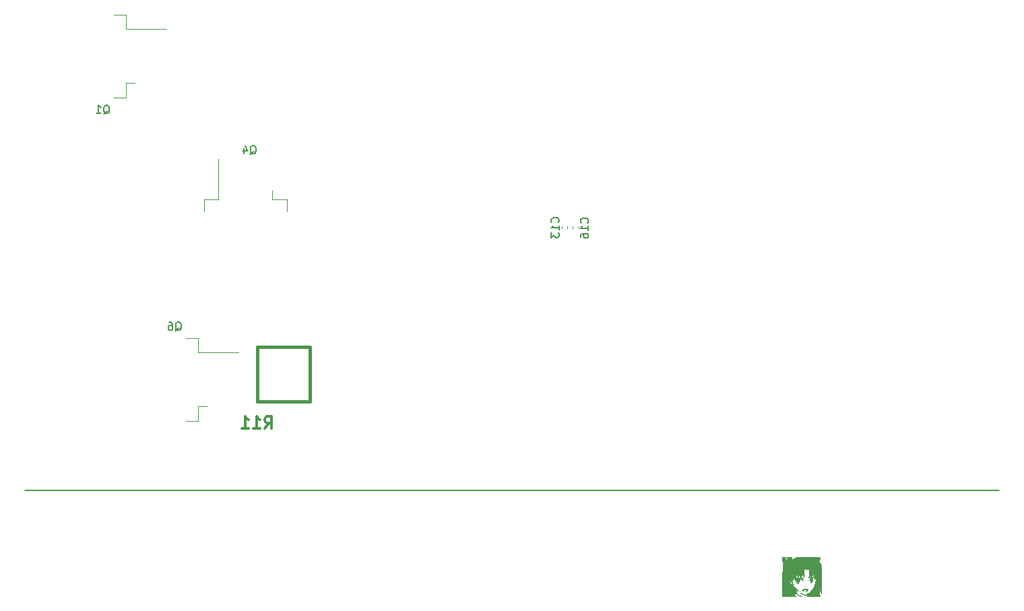
<source format=gbr>
G04 #@! TF.GenerationSoftware,KiCad,Pcbnew,(5.1.4)-1*
G04 #@! TF.CreationDate,2021-08-28T14:03:40-05:00*
G04 #@! TF.ProjectId,Mocos_2021,4d6f636f-735f-4323-9032-312e6b696361,1*
G04 #@! TF.SameCoordinates,Original*
G04 #@! TF.FileFunction,Legend,Bot*
G04 #@! TF.FilePolarity,Positive*
%FSLAX46Y46*%
G04 Gerber Fmt 4.6, Leading zero omitted, Abs format (unit mm)*
G04 Created by KiCad (PCBNEW (5.1.4)-1) date 2021-08-28 14:03:40*
%MOMM*%
%LPD*%
G04 APERTURE LIST*
%ADD10C,0.150000*%
%ADD11C,0.010000*%
%ADD12C,0.381000*%
%ADD13C,0.120000*%
%ADD14C,0.304800*%
G04 APERTURE END LIST*
D10*
X186944000Y-130429000D02*
X64516000Y-130429000D01*
D11*
G36*
X163579508Y-140704988D02*
G01*
X163577357Y-140706952D01*
X163556363Y-140753725D01*
X163557972Y-140783152D01*
X163568746Y-140808888D01*
X163573054Y-140800627D01*
X163583641Y-140752332D01*
X163592439Y-140724427D01*
X163599048Y-140693960D01*
X163579508Y-140704988D01*
X163579508Y-140704988D01*
G37*
X163579508Y-140704988D02*
X163577357Y-140706952D01*
X163556363Y-140753725D01*
X163557972Y-140783152D01*
X163568746Y-140808888D01*
X163573054Y-140800627D01*
X163583641Y-140752332D01*
X163592439Y-140724427D01*
X163599048Y-140693960D01*
X163579508Y-140704988D01*
G36*
X163576000Y-140855700D02*
G01*
X163588700Y-140868400D01*
X163601400Y-140855700D01*
X163588700Y-140843000D01*
X163576000Y-140855700D01*
X163576000Y-140855700D01*
G37*
X163576000Y-140855700D02*
X163588700Y-140868400D01*
X163601400Y-140855700D01*
X163588700Y-140843000D01*
X163576000Y-140855700D01*
G36*
X163830000Y-141084300D02*
G01*
X163842700Y-141097000D01*
X163855400Y-141084300D01*
X163842700Y-141071600D01*
X163830000Y-141084300D01*
X163830000Y-141084300D01*
G37*
X163830000Y-141084300D02*
X163842700Y-141097000D01*
X163855400Y-141084300D01*
X163842700Y-141071600D01*
X163830000Y-141084300D01*
G36*
X163804600Y-141135100D02*
G01*
X163817300Y-141147800D01*
X163830000Y-141135100D01*
X163817300Y-141122400D01*
X163804600Y-141135100D01*
X163804600Y-141135100D01*
G37*
X163804600Y-141135100D02*
X163817300Y-141147800D01*
X163830000Y-141135100D01*
X163817300Y-141122400D01*
X163804600Y-141135100D01*
G36*
X163804600Y-141185900D02*
G01*
X163817300Y-141198600D01*
X163830000Y-141185900D01*
X163817300Y-141173200D01*
X163804600Y-141185900D01*
X163804600Y-141185900D01*
G37*
X163804600Y-141185900D02*
X163817300Y-141198600D01*
X163830000Y-141185900D01*
X163817300Y-141173200D01*
X163804600Y-141185900D01*
G36*
X161467800Y-141084300D02*
G01*
X161480500Y-141097000D01*
X161493200Y-141084300D01*
X161480500Y-141071600D01*
X161467800Y-141084300D01*
X161467800Y-141084300D01*
G37*
X161467800Y-141084300D02*
X161480500Y-141097000D01*
X161493200Y-141084300D01*
X161480500Y-141071600D01*
X161467800Y-141084300D01*
G36*
X164388800Y-138849100D02*
G01*
X164401500Y-138861800D01*
X164414200Y-138849100D01*
X164401500Y-138836400D01*
X164388800Y-138849100D01*
X164388800Y-138849100D01*
G37*
X164388800Y-138849100D02*
X164401500Y-138861800D01*
X164414200Y-138849100D01*
X164401500Y-138836400D01*
X164388800Y-138849100D01*
G36*
X164388800Y-138976100D02*
G01*
X164401500Y-138988800D01*
X164414200Y-138976100D01*
X164401500Y-138963400D01*
X164388800Y-138976100D01*
X164388800Y-138976100D01*
G37*
X164388800Y-138976100D02*
X164401500Y-138988800D01*
X164414200Y-138976100D01*
X164401500Y-138963400D01*
X164388800Y-138976100D01*
G36*
X162166300Y-141379970D02*
G01*
X162217100Y-141401800D01*
X162276441Y-141420596D01*
X162306000Y-141425025D01*
X162331283Y-141422703D01*
X162312433Y-141405997D01*
X162306000Y-141401800D01*
X162248331Y-141381320D01*
X162217100Y-141378574D01*
X162166300Y-141379970D01*
X162166300Y-141379970D01*
G37*
X162166300Y-141379970D02*
X162217100Y-141401800D01*
X162276441Y-141420596D01*
X162306000Y-141425025D01*
X162331283Y-141422703D01*
X162312433Y-141405997D01*
X162306000Y-141401800D01*
X162248331Y-141381320D01*
X162217100Y-141378574D01*
X162166300Y-141379970D01*
G36*
X162212867Y-141511866D02*
G01*
X162216354Y-141526966D01*
X162229800Y-141528800D01*
X162250708Y-141519506D01*
X162246734Y-141511866D01*
X162216590Y-141508826D01*
X162212867Y-141511866D01*
X162212867Y-141511866D01*
G37*
X162212867Y-141511866D02*
X162216354Y-141526966D01*
X162229800Y-141528800D01*
X162250708Y-141519506D01*
X162246734Y-141511866D01*
X162216590Y-141508826D01*
X162212867Y-141511866D01*
G36*
X163296600Y-141770100D02*
G01*
X163309300Y-141782800D01*
X163322000Y-141770100D01*
X163309300Y-141757400D01*
X163296600Y-141770100D01*
X163296600Y-141770100D01*
G37*
X163296600Y-141770100D02*
X163309300Y-141782800D01*
X163322000Y-141770100D01*
X163309300Y-141757400D01*
X163296600Y-141770100D01*
G36*
X161527067Y-141816666D02*
G01*
X161524027Y-141846810D01*
X161527067Y-141850533D01*
X161542167Y-141847046D01*
X161544000Y-141833600D01*
X161534707Y-141812692D01*
X161527067Y-141816666D01*
X161527067Y-141816666D01*
G37*
X161527067Y-141816666D02*
X161524027Y-141846810D01*
X161527067Y-141850533D01*
X161542167Y-141847046D01*
X161544000Y-141833600D01*
X161534707Y-141812692D01*
X161527067Y-141816666D01*
G36*
X160728327Y-141666383D02*
G01*
X160694038Y-141720655D01*
X160680965Y-141761406D01*
X160694000Y-141767792D01*
X160725176Y-141738582D01*
X160730394Y-141732000D01*
X160769564Y-141690963D01*
X160798890Y-141690134D01*
X160810420Y-141699561D01*
X160828736Y-141736847D01*
X160813619Y-141791974D01*
X160812487Y-141794479D01*
X160797444Y-141879479D01*
X160806486Y-141915818D01*
X160822247Y-141950017D01*
X160829034Y-141941598D01*
X160831190Y-141892249D01*
X160840519Y-141821617D01*
X160860848Y-141793576D01*
X160886278Y-141802810D01*
X160910907Y-141844004D01*
X160928836Y-141911842D01*
X160934400Y-141985223D01*
X160945210Y-142071256D01*
X160971800Y-142148205D01*
X160977562Y-142158343D01*
X161020724Y-142227300D01*
X160952262Y-142165816D01*
X160897426Y-142124458D01*
X160871885Y-142118922D01*
X160881182Y-142144792D01*
X160922259Y-142189724D01*
X160973677Y-142228504D01*
X161024952Y-142253498D01*
X161063519Y-142261002D01*
X161076813Y-142247309D01*
X161071482Y-142233726D01*
X161044582Y-142191184D01*
X161005572Y-142133280D01*
X161005228Y-142132782D01*
X160967270Y-142036619D01*
X160963158Y-141952128D01*
X160961630Y-141880811D01*
X160943005Y-141822302D01*
X160899331Y-141756482D01*
X160872592Y-141723023D01*
X160776254Y-141605454D01*
X160728327Y-141666383D01*
X160728327Y-141666383D01*
G37*
X160728327Y-141666383D02*
X160694038Y-141720655D01*
X160680965Y-141761406D01*
X160694000Y-141767792D01*
X160725176Y-141738582D01*
X160730394Y-141732000D01*
X160769564Y-141690963D01*
X160798890Y-141690134D01*
X160810420Y-141699561D01*
X160828736Y-141736847D01*
X160813619Y-141791974D01*
X160812487Y-141794479D01*
X160797444Y-141879479D01*
X160806486Y-141915818D01*
X160822247Y-141950017D01*
X160829034Y-141941598D01*
X160831190Y-141892249D01*
X160840519Y-141821617D01*
X160860848Y-141793576D01*
X160886278Y-141802810D01*
X160910907Y-141844004D01*
X160928836Y-141911842D01*
X160934400Y-141985223D01*
X160945210Y-142071256D01*
X160971800Y-142148205D01*
X160977562Y-142158343D01*
X161020724Y-142227300D01*
X160952262Y-142165816D01*
X160897426Y-142124458D01*
X160871885Y-142118922D01*
X160881182Y-142144792D01*
X160922259Y-142189724D01*
X160973677Y-142228504D01*
X161024952Y-142253498D01*
X161063519Y-142261002D01*
X161076813Y-142247309D01*
X161071482Y-142233726D01*
X161044582Y-142191184D01*
X161005572Y-142133280D01*
X161005228Y-142132782D01*
X160967270Y-142036619D01*
X160963158Y-141952128D01*
X160961630Y-141880811D01*
X160943005Y-141822302D01*
X160899331Y-141756482D01*
X160872592Y-141723023D01*
X160776254Y-141605454D01*
X160728327Y-141666383D01*
G36*
X162610800Y-142836900D02*
G01*
X162623500Y-142849600D01*
X162636200Y-142836900D01*
X162623500Y-142824200D01*
X162610800Y-142836900D01*
X162610800Y-142836900D01*
G37*
X162610800Y-142836900D02*
X162623500Y-142849600D01*
X162636200Y-142836900D01*
X162623500Y-142824200D01*
X162610800Y-142836900D01*
G36*
X162687000Y-142836900D02*
G01*
X162699700Y-142849600D01*
X162712400Y-142836900D01*
X162699700Y-142824200D01*
X162687000Y-142836900D01*
X162687000Y-142836900D01*
G37*
X162687000Y-142836900D02*
X162699700Y-142849600D01*
X162712400Y-142836900D01*
X162699700Y-142824200D01*
X162687000Y-142836900D01*
G36*
X162356800Y-142887700D02*
G01*
X162369500Y-142900400D01*
X162382200Y-142887700D01*
X162369500Y-142875000D01*
X162356800Y-142887700D01*
X162356800Y-142887700D01*
G37*
X162356800Y-142887700D02*
X162369500Y-142900400D01*
X162382200Y-142887700D01*
X162369500Y-142875000D01*
X162356800Y-142887700D01*
G36*
X162737800Y-142913100D02*
G01*
X162750500Y-142925800D01*
X162763200Y-142913100D01*
X162750500Y-142900400D01*
X162737800Y-142913100D01*
X162737800Y-142913100D01*
G37*
X162737800Y-142913100D02*
X162750500Y-142925800D01*
X162763200Y-142913100D01*
X162750500Y-142900400D01*
X162737800Y-142913100D01*
G36*
X162503663Y-142768151D02*
G01*
X162408983Y-142785328D01*
X162324235Y-142807109D01*
X162266884Y-142830121D01*
X162256857Y-142837500D01*
X162234163Y-142870612D01*
X162241464Y-142910689D01*
X162255852Y-142939717D01*
X162299852Y-142998552D01*
X162343095Y-143033525D01*
X162378200Y-143049907D01*
X162374377Y-143036794D01*
X162360964Y-143019971D01*
X162340204Y-142975736D01*
X162343233Y-142952603D01*
X162340450Y-142936943D01*
X162320020Y-142941508D01*
X162286582Y-142943413D01*
X162288182Y-142913502D01*
X162317267Y-142866860D01*
X162333424Y-142856880D01*
X162301906Y-142856880D01*
X162295726Y-142871075D01*
X162270151Y-142898343D01*
X162255448Y-142892749D01*
X162255200Y-142889199D01*
X162273242Y-142867715D01*
X162284525Y-142859874D01*
X162301906Y-142856880D01*
X162333424Y-142856880D01*
X162355950Y-142842967D01*
X162424590Y-142822727D01*
X162509455Y-142807606D01*
X162596812Y-142799067D01*
X162672930Y-142798574D01*
X162724075Y-142807590D01*
X162737800Y-142822032D01*
X162751488Y-142841598D01*
X162760539Y-142838544D01*
X162787798Y-142844807D01*
X162796723Y-142859529D01*
X162791892Y-142906553D01*
X162758454Y-142969102D01*
X162706528Y-143029827D01*
X162688166Y-143045642D01*
X162665625Y-143070667D01*
X162670939Y-143077392D01*
X162699767Y-143061218D01*
X162750545Y-143018737D01*
X162791589Y-142979588D01*
X162860668Y-142901790D01*
X162886772Y-142846801D01*
X162869973Y-142810456D01*
X162810345Y-142788589D01*
X162794950Y-142785850D01*
X162718919Y-142773147D01*
X162658341Y-142762152D01*
X162652963Y-142761079D01*
X162590811Y-142758944D01*
X162503663Y-142768151D01*
X162503663Y-142768151D01*
G37*
X162503663Y-142768151D02*
X162408983Y-142785328D01*
X162324235Y-142807109D01*
X162266884Y-142830121D01*
X162256857Y-142837500D01*
X162234163Y-142870612D01*
X162241464Y-142910689D01*
X162255852Y-142939717D01*
X162299852Y-142998552D01*
X162343095Y-143033525D01*
X162378200Y-143049907D01*
X162374377Y-143036794D01*
X162360964Y-143019971D01*
X162340204Y-142975736D01*
X162343233Y-142952603D01*
X162340450Y-142936943D01*
X162320020Y-142941508D01*
X162286582Y-142943413D01*
X162288182Y-142913502D01*
X162317267Y-142866860D01*
X162333424Y-142856880D01*
X162301906Y-142856880D01*
X162295726Y-142871075D01*
X162270151Y-142898343D01*
X162255448Y-142892749D01*
X162255200Y-142889199D01*
X162273242Y-142867715D01*
X162284525Y-142859874D01*
X162301906Y-142856880D01*
X162333424Y-142856880D01*
X162355950Y-142842967D01*
X162424590Y-142822727D01*
X162509455Y-142807606D01*
X162596812Y-142799067D01*
X162672930Y-142798574D01*
X162724075Y-142807590D01*
X162737800Y-142822032D01*
X162751488Y-142841598D01*
X162760539Y-142838544D01*
X162787798Y-142844807D01*
X162796723Y-142859529D01*
X162791892Y-142906553D01*
X162758454Y-142969102D01*
X162706528Y-143029827D01*
X162688166Y-143045642D01*
X162665625Y-143070667D01*
X162670939Y-143077392D01*
X162699767Y-143061218D01*
X162750545Y-143018737D01*
X162791589Y-142979588D01*
X162860668Y-142901790D01*
X162886772Y-142846801D01*
X162869973Y-142810456D01*
X162810345Y-142788589D01*
X162794950Y-142785850D01*
X162718919Y-142773147D01*
X162658341Y-142762152D01*
X162652963Y-142761079D01*
X162590811Y-142758944D01*
X162503663Y-142768151D01*
G36*
X162898925Y-143534132D02*
G01*
X162890676Y-143587789D01*
X162890200Y-143610100D01*
X162891886Y-143680576D01*
X162899226Y-143709014D01*
X162915645Y-143704131D01*
X162924067Y-143696266D01*
X162938487Y-143656175D01*
X162939691Y-143596188D01*
X162928952Y-143542379D01*
X162915600Y-143522700D01*
X162898925Y-143534132D01*
X162898925Y-143534132D01*
G37*
X162898925Y-143534132D02*
X162890676Y-143587789D01*
X162890200Y-143610100D01*
X162891886Y-143680576D01*
X162899226Y-143709014D01*
X162915645Y-143704131D01*
X162924067Y-143696266D01*
X162938487Y-143656175D01*
X162939691Y-143596188D01*
X162928952Y-143542379D01*
X162915600Y-143522700D01*
X162898925Y-143534132D01*
G36*
X162566028Y-138760543D02*
G01*
X162278126Y-138761596D01*
X162037368Y-138763394D01*
X161841929Y-138765973D01*
X161689983Y-138769368D01*
X161579705Y-138773613D01*
X161509268Y-138778744D01*
X161476848Y-138784796D01*
X161474150Y-138787735D01*
X161455001Y-138808480D01*
X161398451Y-138839920D01*
X161315203Y-138876413D01*
X161280651Y-138889742D01*
X161177547Y-138931043D01*
X161084639Y-138973297D01*
X161018999Y-139008628D01*
X161010030Y-139014606D01*
X160959425Y-139048562D01*
X160929530Y-139064771D01*
X160928151Y-139065000D01*
X160915659Y-139042763D01*
X160894088Y-138984777D01*
X160870900Y-138912600D01*
X160824757Y-138760200D01*
X160666777Y-138760200D01*
X160575464Y-138762892D01*
X160519807Y-138773857D01*
X160484815Y-138797423D01*
X160468931Y-138817349D01*
X160429065Y-138874500D01*
X160427733Y-138817350D01*
X160425596Y-138794764D01*
X160415174Y-138779084D01*
X160388601Y-138769049D01*
X160338010Y-138763400D01*
X160255534Y-138760877D01*
X160133305Y-138760221D01*
X160070800Y-138760200D01*
X159715200Y-138760200D01*
X159715200Y-139109690D01*
X159715733Y-139250162D01*
X159718100Y-139348473D01*
X159723461Y-139413257D01*
X159732970Y-139453149D01*
X159747787Y-139476782D01*
X159766309Y-139491097D01*
X159817417Y-139523015D01*
X159766309Y-139623195D01*
X159756949Y-139642711D01*
X159748807Y-139664385D01*
X159741798Y-139691695D01*
X159735838Y-139728120D01*
X159730841Y-139777140D01*
X159726723Y-139842234D01*
X159723399Y-139926880D01*
X159720784Y-140034558D01*
X159718793Y-140168746D01*
X159717341Y-140332923D01*
X159716344Y-140530570D01*
X159715716Y-140765163D01*
X159715373Y-141040184D01*
X159715229Y-141359109D01*
X159715200Y-141718288D01*
X159715200Y-143713200D01*
X161455100Y-143710954D01*
X161358568Y-143660012D01*
X161295180Y-143620011D01*
X161253593Y-143581688D01*
X161247712Y-143571743D01*
X161239116Y-143509733D01*
X161243776Y-143420198D01*
X161258705Y-143321066D01*
X161280913Y-143230267D01*
X161307410Y-143165730D01*
X161317665Y-143152135D01*
X161365444Y-143112035D01*
X161392171Y-143114002D01*
X161403107Y-143161259D01*
X161404300Y-143205200D01*
X161400073Y-143268839D01*
X161389512Y-143304219D01*
X161385250Y-143306800D01*
X161370796Y-143285073D01*
X161366200Y-143244799D01*
X161356835Y-143191017D01*
X161340800Y-143167100D01*
X161322247Y-143176396D01*
X161315400Y-143220333D01*
X161340460Y-143299316D01*
X161414883Y-143382946D01*
X161537538Y-143470315D01*
X161707294Y-143560517D01*
X161782487Y-143594722D01*
X161893587Y-143641693D01*
X161990706Y-143679654D01*
X162062731Y-143704455D01*
X162096959Y-143712096D01*
X162095424Y-143702985D01*
X162054494Y-143679505D01*
X161982055Y-143645866D01*
X161937700Y-143627055D01*
X161819608Y-143574841D01*
X161697271Y-143515257D01*
X161595219Y-143460308D01*
X161586259Y-143455046D01*
X161438017Y-143366974D01*
X161433859Y-143083717D01*
X161429700Y-142800461D01*
X161550350Y-142919325D01*
X161610496Y-142975199D01*
X161653726Y-143008904D01*
X161670978Y-143013412D01*
X161671000Y-143012950D01*
X161653981Y-142984720D01*
X161608617Y-142931356D01*
X161543448Y-142862654D01*
X161516835Y-142836104D01*
X161430643Y-142747204D01*
X161346112Y-142653155D01*
X161279984Y-142572671D01*
X161273921Y-142564598D01*
X161190777Y-142472374D01*
X161108037Y-142423775D01*
X161096091Y-142420099D01*
X161004713Y-142377923D01*
X160901985Y-142304645D01*
X160802105Y-142213074D01*
X160719272Y-142116016D01*
X160672542Y-142038031D01*
X160642104Y-141942074D01*
X160626259Y-141833038D01*
X160624097Y-141722043D01*
X160634705Y-141620209D01*
X160657174Y-141538655D01*
X160690591Y-141488500D01*
X160718439Y-141478000D01*
X160757378Y-141494283D01*
X160817327Y-141536389D01*
X160867959Y-141579600D01*
X160929513Y-141634000D01*
X160976086Y-141670871D01*
X160994391Y-141681200D01*
X161008440Y-141660255D01*
X161010210Y-141611312D01*
X161001420Y-141555202D01*
X160983793Y-141512758D01*
X160980121Y-141508480D01*
X160962449Y-141483311D01*
X160980121Y-141478000D01*
X161008707Y-141494608D01*
X161010600Y-141503400D01*
X161029929Y-141528061D01*
X161036000Y-141528800D01*
X161049426Y-141505584D01*
X161058564Y-141444578D01*
X161061400Y-141371320D01*
X161064474Y-141283998D01*
X161074730Y-141245010D01*
X161093722Y-141254570D01*
X161123003Y-141312891D01*
X161150728Y-141383579D01*
X161189898Y-141475124D01*
X161221107Y-141517147D01*
X161244957Y-141510199D01*
X161256573Y-141480555D01*
X161287695Y-141437238D01*
X161337413Y-141427294D01*
X161404300Y-141427389D01*
X161324522Y-141476036D01*
X161256043Y-141523405D01*
X161231410Y-141563225D01*
X161248197Y-141608913D01*
X161291231Y-141660236D01*
X161338596Y-141710354D01*
X161358954Y-141725083D01*
X161359619Y-141706481D01*
X161352989Y-141677620D01*
X161349798Y-141620810D01*
X161364142Y-141593571D01*
X161383725Y-141602387D01*
X161391512Y-141657878D01*
X161391600Y-141667277D01*
X161405525Y-141758702D01*
X161441485Y-141860623D01*
X161490764Y-141953703D01*
X161544642Y-142018602D01*
X161552813Y-142024873D01*
X161596015Y-142045360D01*
X161648465Y-142058826D01*
X161694343Y-142063269D01*
X161717831Y-142056681D01*
X161713278Y-142045211D01*
X161714730Y-142016012D01*
X161736100Y-141984232D01*
X161758504Y-141944493D01*
X161751733Y-141925301D01*
X161718030Y-141929517D01*
X161696168Y-141948179D01*
X161641716Y-141983317D01*
X161582100Y-141971291D01*
X161525103Y-141914058D01*
X161518322Y-141903450D01*
X161480177Y-141835926D01*
X161471307Y-141801736D01*
X161491268Y-141793012D01*
X161512250Y-141795804D01*
X161570055Y-141804449D01*
X161589950Y-141806256D01*
X161612490Y-141820067D01*
X161610117Y-141829366D01*
X161617439Y-141848249D01*
X161631596Y-141850533D01*
X161655820Y-141833379D01*
X161654147Y-141819235D01*
X161656292Y-141781681D01*
X161690868Y-141768690D01*
X161744070Y-141783780D01*
X161758918Y-141792520D01*
X161797911Y-141814992D01*
X161818100Y-141808358D01*
X161830543Y-141763921D01*
X161836141Y-141731761D01*
X161842932Y-141643258D01*
X161837111Y-141559629D01*
X161835487Y-141551408D01*
X161817896Y-141471313D01*
X161915898Y-141489460D01*
X161989436Y-141514911D01*
X162079045Y-141562147D01*
X162146161Y-141607103D01*
X162232622Y-141669496D01*
X162282519Y-141699402D01*
X162295207Y-141696814D01*
X162270042Y-141661725D01*
X162219926Y-141607893D01*
X162163883Y-141543601D01*
X162148634Y-141506860D01*
X162157621Y-141497742D01*
X162158246Y-141484060D01*
X162119490Y-141463200D01*
X162095467Y-141454454D01*
X162030971Y-141425945D01*
X162009780Y-141394724D01*
X162010590Y-141388551D01*
X161945984Y-141388551D01*
X161929042Y-141398744D01*
X161877166Y-141394207D01*
X161846273Y-141389364D01*
X161773812Y-141374316D01*
X161723635Y-141357964D01*
X161714330Y-141352345D01*
X161710695Y-141329133D01*
X161647172Y-141329133D01*
X161644344Y-141369676D01*
X161619766Y-141367510D01*
X161585729Y-141338300D01*
X161542980Y-141304874D01*
X161522490Y-141307677D01*
X161527272Y-141336961D01*
X161524184Y-141360808D01*
X161486146Y-141374756D01*
X161422040Y-141381411D01*
X161350537Y-141385471D01*
X161304394Y-141387056D01*
X161296059Y-141386691D01*
X161302360Y-141364198D01*
X161325031Y-141306732D01*
X161359547Y-141225626D01*
X161368705Y-141204772D01*
X161425387Y-141091553D01*
X161473960Y-141027295D01*
X161500405Y-141011556D01*
X161563117Y-141008016D01*
X161591959Y-141041003D01*
X161594800Y-141067563D01*
X161600966Y-141116263D01*
X161616735Y-141192903D01*
X161629180Y-141243864D01*
X161647172Y-141329133D01*
X161710695Y-141329133D01*
X161709479Y-141321368D01*
X161712215Y-141256433D01*
X161720551Y-141173470D01*
X161732502Y-141088411D01*
X161746080Y-141017186D01*
X161759298Y-140975727D01*
X161761709Y-140972425D01*
X161784581Y-140974314D01*
X161814356Y-141021044D01*
X161852236Y-141114739D01*
X161868131Y-141160500D01*
X161898439Y-141248873D01*
X161924789Y-141323094D01*
X161938782Y-141360228D01*
X161945984Y-141388551D01*
X162010590Y-141388551D01*
X162011653Y-141380455D01*
X162023373Y-141335954D01*
X162042668Y-141258028D01*
X162065572Y-141162721D01*
X162067903Y-141152873D01*
X162091031Y-141058648D01*
X162109523Y-141003910D01*
X162130221Y-140978658D01*
X162159968Y-140972894D01*
X162189580Y-140975073D01*
X162232516Y-140982995D01*
X162260963Y-141004157D01*
X162283273Y-141050218D01*
X162307798Y-141132838D01*
X162310953Y-141144523D01*
X162341434Y-141249894D01*
X162362755Y-141305724D01*
X162374733Y-141311943D01*
X162377185Y-141268481D01*
X162369926Y-141175270D01*
X162369009Y-141166497D01*
X162360423Y-141076210D01*
X162360030Y-141026437D01*
X162369692Y-141007284D01*
X162391271Y-141008861D01*
X162398254Y-141011164D01*
X162430258Y-141020845D01*
X162422248Y-141009747D01*
X162397283Y-140989906D01*
X162373795Y-140966290D01*
X162363239Y-140938860D01*
X162246473Y-140938860D01*
X162214566Y-140938734D01*
X162182818Y-140922096D01*
X162163042Y-140898886D01*
X162165078Y-140889566D01*
X161569400Y-140889566D01*
X161553444Y-140935153D01*
X161528190Y-140944600D01*
X161501164Y-140938728D01*
X161511840Y-140912508D01*
X161521003Y-140900150D01*
X161551190Y-140860229D01*
X161562213Y-140845116D01*
X161567824Y-140857590D01*
X161569400Y-140889566D01*
X162165078Y-140889566D01*
X162169702Y-140868400D01*
X161798000Y-140868400D01*
X161788707Y-140889307D01*
X161781067Y-140885333D01*
X161778027Y-140855189D01*
X161781067Y-140851466D01*
X161796167Y-140854953D01*
X161798000Y-140868400D01*
X162169702Y-140868400D01*
X162171429Y-140860499D01*
X162188151Y-140827235D01*
X162214890Y-140781676D01*
X162226173Y-140778687D01*
X162228784Y-140809172D01*
X162236710Y-140873853D01*
X162245218Y-140904422D01*
X162246473Y-140938860D01*
X162363239Y-140938860D01*
X162361082Y-140933255D01*
X162357660Y-140878868D01*
X162362046Y-140791198D01*
X162366081Y-140738839D01*
X162379541Y-140576980D01*
X162391070Y-140458900D01*
X162402438Y-140377715D01*
X162415413Y-140326538D01*
X162431763Y-140298483D01*
X162453256Y-140286666D01*
X162481661Y-140284201D01*
X162482839Y-140284199D01*
X162540005Y-140278326D01*
X162568985Y-140266749D01*
X162614637Y-140248133D01*
X162677708Y-140246168D01*
X162727336Y-140261712D01*
X162728123Y-140262321D01*
X162781847Y-140277691D01*
X162851069Y-140265945D01*
X162883850Y-140250216D01*
X162911576Y-140245939D01*
X162915600Y-140255732D01*
X162937332Y-140272647D01*
X162984499Y-140276281D01*
X163025983Y-140277719D01*
X163049958Y-140297626D01*
X163065483Y-140348304D01*
X163074494Y-140398500D01*
X163086440Y-140542395D01*
X163082545Y-140721198D01*
X163064078Y-140921985D01*
X163032303Y-141131831D01*
X162988488Y-141337812D01*
X162978656Y-141376400D01*
X162973018Y-141413956D01*
X162987570Y-141405841D01*
X163021788Y-141352770D01*
X163075145Y-141255454D01*
X163093200Y-141220846D01*
X163151062Y-141120124D01*
X163195166Y-141068283D01*
X163225545Y-141065311D01*
X163242237Y-141111198D01*
X163245800Y-141174794D01*
X163239641Y-141262893D01*
X163219919Y-141308484D01*
X163207700Y-141316414D01*
X163174100Y-141340908D01*
X163169600Y-141352920D01*
X163188738Y-141363550D01*
X163213982Y-141357775D01*
X163241257Y-141350194D01*
X163240461Y-141365374D01*
X163211347Y-141412499D01*
X163187460Y-141455071D01*
X163188287Y-141468914D01*
X163192075Y-141467108D01*
X163209370Y-141468097D01*
X163204692Y-141489380D01*
X163183062Y-141523713D01*
X163172993Y-141528800D01*
X163149006Y-141548036D01*
X163121923Y-141585950D01*
X163101954Y-141622362D01*
X163110422Y-141620858D01*
X163120893Y-141611350D01*
X163160528Y-141583328D01*
X163183733Y-141595006D01*
X163193980Y-141650528D01*
X163195347Y-141700250D01*
X163200824Y-141816767D01*
X163218676Y-141892139D01*
X163252248Y-141935210D01*
X163290437Y-141951810D01*
X163348213Y-141952480D01*
X163395335Y-141913455D01*
X163399964Y-141907461D01*
X163431433Y-141855989D01*
X163429425Y-141835495D01*
X163396907Y-141851201D01*
X163377306Y-141867622D01*
X163318389Y-141905386D01*
X163273284Y-141895928D01*
X163246694Y-141860669D01*
X163224604Y-141808329D01*
X163233109Y-141772482D01*
X163278966Y-141737940D01*
X163308650Y-141721426D01*
X163370914Y-141692649D01*
X163410345Y-141691070D01*
X163437586Y-141707667D01*
X163479917Y-141724663D01*
X163507404Y-141693344D01*
X163519921Y-141614013D01*
X163518736Y-141509750D01*
X163510093Y-141351000D01*
X163620065Y-141351000D01*
X163693326Y-141355871D01*
X163732606Y-141375209D01*
X163751377Y-141408150D01*
X163759356Y-141478311D01*
X163749848Y-141525972D01*
X163734501Y-141581774D01*
X163741988Y-141596805D01*
X163766106Y-141571979D01*
X163795516Y-141519244D01*
X163827662Y-141461228D01*
X163854045Y-141429326D01*
X163859308Y-141427200D01*
X163868703Y-141408161D01*
X163863256Y-141385634D01*
X163861563Y-141355152D01*
X163883103Y-141355858D01*
X163911367Y-141390724D01*
X163922545Y-141466461D01*
X163917744Y-141576510D01*
X163898073Y-141714311D01*
X163864639Y-141873307D01*
X163818549Y-142046936D01*
X163760911Y-142228640D01*
X163713833Y-142358308D01*
X163658443Y-142491601D01*
X163598121Y-142609960D01*
X163527101Y-142720364D01*
X163439616Y-142829792D01*
X163329900Y-142945223D01*
X163192187Y-143073635D01*
X163020709Y-143222007D01*
X162953700Y-143278232D01*
X162828342Y-143382785D01*
X162735312Y-143458776D01*
X162667588Y-143509772D01*
X162618151Y-143539340D01*
X162579979Y-143551049D01*
X162546051Y-143548466D01*
X162509347Y-143535157D01*
X162476604Y-143520649D01*
X162402447Y-143484735D01*
X162304044Y-143432731D01*
X162200610Y-143374847D01*
X162183252Y-143364773D01*
X162084089Y-143308285D01*
X162015116Y-143271899D01*
X161979678Y-143256995D01*
X161981121Y-143264955D01*
X162022789Y-143297162D01*
X162027299Y-143300360D01*
X162125451Y-143363172D01*
X162269040Y-143444975D01*
X162433990Y-143533225D01*
X162523850Y-143575550D01*
X162589125Y-143587971D01*
X162647658Y-143568524D01*
X162717288Y-143515247D01*
X162734316Y-143500181D01*
X162794332Y-143446500D01*
X162776383Y-143579850D01*
X162767477Y-143667232D01*
X162769411Y-143706569D01*
X162780031Y-143698927D01*
X162797182Y-143645371D01*
X162816149Y-143560181D01*
X162835015Y-143477632D01*
X162853693Y-143417384D01*
X162865997Y-143394960D01*
X162892927Y-143404979D01*
X162934384Y-143446751D01*
X162980696Y-143507362D01*
X163022194Y-143573898D01*
X163049206Y-143633446D01*
X163052011Y-143643350D01*
X163068968Y-143713200D01*
X164419708Y-143713200D01*
X164402147Y-143643350D01*
X164371571Y-143509848D01*
X164341748Y-143358185D01*
X164313760Y-143196588D01*
X164288691Y-143033281D01*
X164267623Y-142876492D01*
X164251641Y-142734446D01*
X164241826Y-142615369D01*
X164239263Y-142527489D01*
X164245034Y-142479030D01*
X164248152Y-142473781D01*
X164259687Y-142481937D01*
X164261800Y-142502285D01*
X164270834Y-142538807D01*
X164295393Y-142612394D01*
X164331663Y-142713137D01*
X164375829Y-142831127D01*
X164424078Y-142956454D01*
X164472597Y-143079209D01*
X164517570Y-143189482D01*
X164555184Y-143277364D01*
X164581222Y-143332200D01*
X164588217Y-143339064D01*
X164594223Y-143329535D01*
X164599313Y-143300349D01*
X164603561Y-143248240D01*
X164607039Y-143169946D01*
X164609821Y-143062202D01*
X164611979Y-142921745D01*
X164613588Y-142745310D01*
X164614720Y-142529633D01*
X164615448Y-142271451D01*
X164615845Y-141967499D01*
X164615941Y-141794949D01*
X163950602Y-141794949D01*
X163947052Y-141842696D01*
X163946701Y-141846300D01*
X163935018Y-141918954D01*
X163916491Y-141990287D01*
X163895570Y-142047785D01*
X163876702Y-142078931D01*
X163865437Y-142074900D01*
X163868030Y-142039023D01*
X163884076Y-141970966D01*
X163906394Y-141897100D01*
X163932853Y-141818899D01*
X163946729Y-141785933D01*
X163950602Y-141794949D01*
X164615941Y-141794949D01*
X164615948Y-141782800D01*
X164615998Y-141455016D01*
X164615915Y-141325600D01*
X163916383Y-141325600D01*
X163890987Y-141317858D01*
X163870178Y-141310182D01*
X163835143Y-141278621D01*
X163830000Y-141259382D01*
X163808987Y-141230120D01*
X163782194Y-141224000D01*
X163753037Y-141219605D01*
X163752546Y-141217806D01*
X163652200Y-141217806D01*
X163499261Y-141275001D01*
X163418019Y-141307860D01*
X163357555Y-141336929D01*
X163332662Y-141354298D01*
X163303000Y-141376025D01*
X163299124Y-141376400D01*
X163300467Y-141355723D01*
X163321464Y-141300700D01*
X163357921Y-141221838D01*
X163372158Y-141193305D01*
X163420065Y-141101909D01*
X163455757Y-141046583D01*
X163488776Y-141017494D01*
X163528661Y-141004807D01*
X163558636Y-141001094D01*
X163652200Y-140991978D01*
X163652200Y-141217806D01*
X163752546Y-141217806D01*
X163746989Y-141197446D01*
X163761920Y-141144056D01*
X163767132Y-141128750D01*
X163799707Y-141057948D01*
X163830874Y-141037673D01*
X163859970Y-141067656D01*
X163886328Y-141147630D01*
X163893248Y-141179550D01*
X163907844Y-141257311D01*
X163916005Y-141310287D01*
X163916383Y-141325600D01*
X164615915Y-141325600D01*
X164615816Y-141173894D01*
X164615290Y-140935297D01*
X164615288Y-140934760D01*
X163846669Y-140934760D01*
X163842700Y-140944600D01*
X163819876Y-140968831D01*
X163815801Y-140970000D01*
X163804892Y-140950348D01*
X163804600Y-140944600D01*
X163811368Y-140936133D01*
X163244806Y-140936133D01*
X163236510Y-140995277D01*
X163215083Y-141027494D01*
X163214050Y-141027905D01*
X163183685Y-141034666D01*
X163177625Y-141018044D01*
X163195017Y-140968549D01*
X163206316Y-140942093D01*
X163243812Y-140855700D01*
X163244806Y-140936133D01*
X163811368Y-140936133D01*
X163814753Y-140931900D01*
X163630639Y-140931900D01*
X163551175Y-140934672D01*
X163496219Y-140929113D01*
X163482464Y-140909413D01*
X163482517Y-140909272D01*
X163493317Y-140870724D01*
X163510330Y-140799404D01*
X163525981Y-140728700D01*
X163550198Y-140629759D01*
X163571523Y-140568813D01*
X163588014Y-140549474D01*
X163597727Y-140575359D01*
X163599043Y-140592798D01*
X163603180Y-140651963D01*
X163610800Y-140737803D01*
X163616191Y-140792200D01*
X163630639Y-140931900D01*
X163814753Y-140931900D01*
X163824127Y-140920176D01*
X163831500Y-140919200D01*
X163846669Y-140934760D01*
X164615288Y-140934760D01*
X164614307Y-140735086D01*
X164612753Y-140569123D01*
X164610515Y-140433271D01*
X164607480Y-140323392D01*
X164603534Y-140235348D01*
X164598565Y-140165001D01*
X164592459Y-140108213D01*
X164585103Y-140060847D01*
X164576384Y-140018765D01*
X164566601Y-139979400D01*
X164538812Y-139872489D01*
X164523577Y-139805489D01*
X164520894Y-139769084D01*
X164530764Y-139753959D01*
X164553187Y-139750799D01*
X164566600Y-139750800D01*
X164609679Y-139738438D01*
X164613444Y-139707272D01*
X164581179Y-139666174D01*
X164520508Y-139626201D01*
X164426300Y-139552870D01*
X164376885Y-139473139D01*
X164341122Y-139403434D01*
X164307330Y-139352583D01*
X164297904Y-139342743D01*
X164279805Y-139314427D01*
X164286782Y-139268763D01*
X164301828Y-139229405D01*
X164320728Y-139157219D01*
X164331809Y-139069467D01*
X160321860Y-139069467D01*
X160316998Y-139103925D01*
X160293231Y-139114926D01*
X160267639Y-139115800D01*
X160210283Y-139097412D01*
X160151397Y-139037891D01*
X160135596Y-139016069D01*
X160073647Y-138945032D01*
X160002031Y-138887628D01*
X159979742Y-138875178D01*
X159923864Y-138845938D01*
X159894369Y-138825193D01*
X159893000Y-138822508D01*
X159916314Y-138816971D01*
X159977918Y-138812893D01*
X160065307Y-138811039D01*
X160080783Y-138811000D01*
X160181914Y-138812201D01*
X160243977Y-138822110D01*
X160278695Y-138850185D01*
X160297795Y-138905882D01*
X160312941Y-138998252D01*
X160321860Y-139069467D01*
X164331809Y-139069467D01*
X164333661Y-139054803D01*
X164338001Y-138951515D01*
X164338000Y-138760200D01*
X162902900Y-138760200D01*
X162566028Y-138760543D01*
X162566028Y-138760543D01*
G37*
X162566028Y-138760543D02*
X162278126Y-138761596D01*
X162037368Y-138763394D01*
X161841929Y-138765973D01*
X161689983Y-138769368D01*
X161579705Y-138773613D01*
X161509268Y-138778744D01*
X161476848Y-138784796D01*
X161474150Y-138787735D01*
X161455001Y-138808480D01*
X161398451Y-138839920D01*
X161315203Y-138876413D01*
X161280651Y-138889742D01*
X161177547Y-138931043D01*
X161084639Y-138973297D01*
X161018999Y-139008628D01*
X161010030Y-139014606D01*
X160959425Y-139048562D01*
X160929530Y-139064771D01*
X160928151Y-139065000D01*
X160915659Y-139042763D01*
X160894088Y-138984777D01*
X160870900Y-138912600D01*
X160824757Y-138760200D01*
X160666777Y-138760200D01*
X160575464Y-138762892D01*
X160519807Y-138773857D01*
X160484815Y-138797423D01*
X160468931Y-138817349D01*
X160429065Y-138874500D01*
X160427733Y-138817350D01*
X160425596Y-138794764D01*
X160415174Y-138779084D01*
X160388601Y-138769049D01*
X160338010Y-138763400D01*
X160255534Y-138760877D01*
X160133305Y-138760221D01*
X160070800Y-138760200D01*
X159715200Y-138760200D01*
X159715200Y-139109690D01*
X159715733Y-139250162D01*
X159718100Y-139348473D01*
X159723461Y-139413257D01*
X159732970Y-139453149D01*
X159747787Y-139476782D01*
X159766309Y-139491097D01*
X159817417Y-139523015D01*
X159766309Y-139623195D01*
X159756949Y-139642711D01*
X159748807Y-139664385D01*
X159741798Y-139691695D01*
X159735838Y-139728120D01*
X159730841Y-139777140D01*
X159726723Y-139842234D01*
X159723399Y-139926880D01*
X159720784Y-140034558D01*
X159718793Y-140168746D01*
X159717341Y-140332923D01*
X159716344Y-140530570D01*
X159715716Y-140765163D01*
X159715373Y-141040184D01*
X159715229Y-141359109D01*
X159715200Y-141718288D01*
X159715200Y-143713200D01*
X161455100Y-143710954D01*
X161358568Y-143660012D01*
X161295180Y-143620011D01*
X161253593Y-143581688D01*
X161247712Y-143571743D01*
X161239116Y-143509733D01*
X161243776Y-143420198D01*
X161258705Y-143321066D01*
X161280913Y-143230267D01*
X161307410Y-143165730D01*
X161317665Y-143152135D01*
X161365444Y-143112035D01*
X161392171Y-143114002D01*
X161403107Y-143161259D01*
X161404300Y-143205200D01*
X161400073Y-143268839D01*
X161389512Y-143304219D01*
X161385250Y-143306800D01*
X161370796Y-143285073D01*
X161366200Y-143244799D01*
X161356835Y-143191017D01*
X161340800Y-143167100D01*
X161322247Y-143176396D01*
X161315400Y-143220333D01*
X161340460Y-143299316D01*
X161414883Y-143382946D01*
X161537538Y-143470315D01*
X161707294Y-143560517D01*
X161782487Y-143594722D01*
X161893587Y-143641693D01*
X161990706Y-143679654D01*
X162062731Y-143704455D01*
X162096959Y-143712096D01*
X162095424Y-143702985D01*
X162054494Y-143679505D01*
X161982055Y-143645866D01*
X161937700Y-143627055D01*
X161819608Y-143574841D01*
X161697271Y-143515257D01*
X161595219Y-143460308D01*
X161586259Y-143455046D01*
X161438017Y-143366974D01*
X161433859Y-143083717D01*
X161429700Y-142800461D01*
X161550350Y-142919325D01*
X161610496Y-142975199D01*
X161653726Y-143008904D01*
X161670978Y-143013412D01*
X161671000Y-143012950D01*
X161653981Y-142984720D01*
X161608617Y-142931356D01*
X161543448Y-142862654D01*
X161516835Y-142836104D01*
X161430643Y-142747204D01*
X161346112Y-142653155D01*
X161279984Y-142572671D01*
X161273921Y-142564598D01*
X161190777Y-142472374D01*
X161108037Y-142423775D01*
X161096091Y-142420099D01*
X161004713Y-142377923D01*
X160901985Y-142304645D01*
X160802105Y-142213074D01*
X160719272Y-142116016D01*
X160672542Y-142038031D01*
X160642104Y-141942074D01*
X160626259Y-141833038D01*
X160624097Y-141722043D01*
X160634705Y-141620209D01*
X160657174Y-141538655D01*
X160690591Y-141488500D01*
X160718439Y-141478000D01*
X160757378Y-141494283D01*
X160817327Y-141536389D01*
X160867959Y-141579600D01*
X160929513Y-141634000D01*
X160976086Y-141670871D01*
X160994391Y-141681200D01*
X161008440Y-141660255D01*
X161010210Y-141611312D01*
X161001420Y-141555202D01*
X160983793Y-141512758D01*
X160980121Y-141508480D01*
X160962449Y-141483311D01*
X160980121Y-141478000D01*
X161008707Y-141494608D01*
X161010600Y-141503400D01*
X161029929Y-141528061D01*
X161036000Y-141528800D01*
X161049426Y-141505584D01*
X161058564Y-141444578D01*
X161061400Y-141371320D01*
X161064474Y-141283998D01*
X161074730Y-141245010D01*
X161093722Y-141254570D01*
X161123003Y-141312891D01*
X161150728Y-141383579D01*
X161189898Y-141475124D01*
X161221107Y-141517147D01*
X161244957Y-141510199D01*
X161256573Y-141480555D01*
X161287695Y-141437238D01*
X161337413Y-141427294D01*
X161404300Y-141427389D01*
X161324522Y-141476036D01*
X161256043Y-141523405D01*
X161231410Y-141563225D01*
X161248197Y-141608913D01*
X161291231Y-141660236D01*
X161338596Y-141710354D01*
X161358954Y-141725083D01*
X161359619Y-141706481D01*
X161352989Y-141677620D01*
X161349798Y-141620810D01*
X161364142Y-141593571D01*
X161383725Y-141602387D01*
X161391512Y-141657878D01*
X161391600Y-141667277D01*
X161405525Y-141758702D01*
X161441485Y-141860623D01*
X161490764Y-141953703D01*
X161544642Y-142018602D01*
X161552813Y-142024873D01*
X161596015Y-142045360D01*
X161648465Y-142058826D01*
X161694343Y-142063269D01*
X161717831Y-142056681D01*
X161713278Y-142045211D01*
X161714730Y-142016012D01*
X161736100Y-141984232D01*
X161758504Y-141944493D01*
X161751733Y-141925301D01*
X161718030Y-141929517D01*
X161696168Y-141948179D01*
X161641716Y-141983317D01*
X161582100Y-141971291D01*
X161525103Y-141914058D01*
X161518322Y-141903450D01*
X161480177Y-141835926D01*
X161471307Y-141801736D01*
X161491268Y-141793012D01*
X161512250Y-141795804D01*
X161570055Y-141804449D01*
X161589950Y-141806256D01*
X161612490Y-141820067D01*
X161610117Y-141829366D01*
X161617439Y-141848249D01*
X161631596Y-141850533D01*
X161655820Y-141833379D01*
X161654147Y-141819235D01*
X161656292Y-141781681D01*
X161690868Y-141768690D01*
X161744070Y-141783780D01*
X161758918Y-141792520D01*
X161797911Y-141814992D01*
X161818100Y-141808358D01*
X161830543Y-141763921D01*
X161836141Y-141731761D01*
X161842932Y-141643258D01*
X161837111Y-141559629D01*
X161835487Y-141551408D01*
X161817896Y-141471313D01*
X161915898Y-141489460D01*
X161989436Y-141514911D01*
X162079045Y-141562147D01*
X162146161Y-141607103D01*
X162232622Y-141669496D01*
X162282519Y-141699402D01*
X162295207Y-141696814D01*
X162270042Y-141661725D01*
X162219926Y-141607893D01*
X162163883Y-141543601D01*
X162148634Y-141506860D01*
X162157621Y-141497742D01*
X162158246Y-141484060D01*
X162119490Y-141463200D01*
X162095467Y-141454454D01*
X162030971Y-141425945D01*
X162009780Y-141394724D01*
X162010590Y-141388551D01*
X161945984Y-141388551D01*
X161929042Y-141398744D01*
X161877166Y-141394207D01*
X161846273Y-141389364D01*
X161773812Y-141374316D01*
X161723635Y-141357964D01*
X161714330Y-141352345D01*
X161710695Y-141329133D01*
X161647172Y-141329133D01*
X161644344Y-141369676D01*
X161619766Y-141367510D01*
X161585729Y-141338300D01*
X161542980Y-141304874D01*
X161522490Y-141307677D01*
X161527272Y-141336961D01*
X161524184Y-141360808D01*
X161486146Y-141374756D01*
X161422040Y-141381411D01*
X161350537Y-141385471D01*
X161304394Y-141387056D01*
X161296059Y-141386691D01*
X161302360Y-141364198D01*
X161325031Y-141306732D01*
X161359547Y-141225626D01*
X161368705Y-141204772D01*
X161425387Y-141091553D01*
X161473960Y-141027295D01*
X161500405Y-141011556D01*
X161563117Y-141008016D01*
X161591959Y-141041003D01*
X161594800Y-141067563D01*
X161600966Y-141116263D01*
X161616735Y-141192903D01*
X161629180Y-141243864D01*
X161647172Y-141329133D01*
X161710695Y-141329133D01*
X161709479Y-141321368D01*
X161712215Y-141256433D01*
X161720551Y-141173470D01*
X161732502Y-141088411D01*
X161746080Y-141017186D01*
X161759298Y-140975727D01*
X161761709Y-140972425D01*
X161784581Y-140974314D01*
X161814356Y-141021044D01*
X161852236Y-141114739D01*
X161868131Y-141160500D01*
X161898439Y-141248873D01*
X161924789Y-141323094D01*
X161938782Y-141360228D01*
X161945984Y-141388551D01*
X162010590Y-141388551D01*
X162011653Y-141380455D01*
X162023373Y-141335954D01*
X162042668Y-141258028D01*
X162065572Y-141162721D01*
X162067903Y-141152873D01*
X162091031Y-141058648D01*
X162109523Y-141003910D01*
X162130221Y-140978658D01*
X162159968Y-140972894D01*
X162189580Y-140975073D01*
X162232516Y-140982995D01*
X162260963Y-141004157D01*
X162283273Y-141050218D01*
X162307798Y-141132838D01*
X162310953Y-141144523D01*
X162341434Y-141249894D01*
X162362755Y-141305724D01*
X162374733Y-141311943D01*
X162377185Y-141268481D01*
X162369926Y-141175270D01*
X162369009Y-141166497D01*
X162360423Y-141076210D01*
X162360030Y-141026437D01*
X162369692Y-141007284D01*
X162391271Y-141008861D01*
X162398254Y-141011164D01*
X162430258Y-141020845D01*
X162422248Y-141009747D01*
X162397283Y-140989906D01*
X162373795Y-140966290D01*
X162363239Y-140938860D01*
X162246473Y-140938860D01*
X162214566Y-140938734D01*
X162182818Y-140922096D01*
X162163042Y-140898886D01*
X162165078Y-140889566D01*
X161569400Y-140889566D01*
X161553444Y-140935153D01*
X161528190Y-140944600D01*
X161501164Y-140938728D01*
X161511840Y-140912508D01*
X161521003Y-140900150D01*
X161551190Y-140860229D01*
X161562213Y-140845116D01*
X161567824Y-140857590D01*
X161569400Y-140889566D01*
X162165078Y-140889566D01*
X162169702Y-140868400D01*
X161798000Y-140868400D01*
X161788707Y-140889307D01*
X161781067Y-140885333D01*
X161778027Y-140855189D01*
X161781067Y-140851466D01*
X161796167Y-140854953D01*
X161798000Y-140868400D01*
X162169702Y-140868400D01*
X162171429Y-140860499D01*
X162188151Y-140827235D01*
X162214890Y-140781676D01*
X162226173Y-140778687D01*
X162228784Y-140809172D01*
X162236710Y-140873853D01*
X162245218Y-140904422D01*
X162246473Y-140938860D01*
X162363239Y-140938860D01*
X162361082Y-140933255D01*
X162357660Y-140878868D01*
X162362046Y-140791198D01*
X162366081Y-140738839D01*
X162379541Y-140576980D01*
X162391070Y-140458900D01*
X162402438Y-140377715D01*
X162415413Y-140326538D01*
X162431763Y-140298483D01*
X162453256Y-140286666D01*
X162481661Y-140284201D01*
X162482839Y-140284199D01*
X162540005Y-140278326D01*
X162568985Y-140266749D01*
X162614637Y-140248133D01*
X162677708Y-140246168D01*
X162727336Y-140261712D01*
X162728123Y-140262321D01*
X162781847Y-140277691D01*
X162851069Y-140265945D01*
X162883850Y-140250216D01*
X162911576Y-140245939D01*
X162915600Y-140255732D01*
X162937332Y-140272647D01*
X162984499Y-140276281D01*
X163025983Y-140277719D01*
X163049958Y-140297626D01*
X163065483Y-140348304D01*
X163074494Y-140398500D01*
X163086440Y-140542395D01*
X163082545Y-140721198D01*
X163064078Y-140921985D01*
X163032303Y-141131831D01*
X162988488Y-141337812D01*
X162978656Y-141376400D01*
X162973018Y-141413956D01*
X162987570Y-141405841D01*
X163021788Y-141352770D01*
X163075145Y-141255454D01*
X163093200Y-141220846D01*
X163151062Y-141120124D01*
X163195166Y-141068283D01*
X163225545Y-141065311D01*
X163242237Y-141111198D01*
X163245800Y-141174794D01*
X163239641Y-141262893D01*
X163219919Y-141308484D01*
X163207700Y-141316414D01*
X163174100Y-141340908D01*
X163169600Y-141352920D01*
X163188738Y-141363550D01*
X163213982Y-141357775D01*
X163241257Y-141350194D01*
X163240461Y-141365374D01*
X163211347Y-141412499D01*
X163187460Y-141455071D01*
X163188287Y-141468914D01*
X163192075Y-141467108D01*
X163209370Y-141468097D01*
X163204692Y-141489380D01*
X163183062Y-141523713D01*
X163172993Y-141528800D01*
X163149006Y-141548036D01*
X163121923Y-141585950D01*
X163101954Y-141622362D01*
X163110422Y-141620858D01*
X163120893Y-141611350D01*
X163160528Y-141583328D01*
X163183733Y-141595006D01*
X163193980Y-141650528D01*
X163195347Y-141700250D01*
X163200824Y-141816767D01*
X163218676Y-141892139D01*
X163252248Y-141935210D01*
X163290437Y-141951810D01*
X163348213Y-141952480D01*
X163395335Y-141913455D01*
X163399964Y-141907461D01*
X163431433Y-141855989D01*
X163429425Y-141835495D01*
X163396907Y-141851201D01*
X163377306Y-141867622D01*
X163318389Y-141905386D01*
X163273284Y-141895928D01*
X163246694Y-141860669D01*
X163224604Y-141808329D01*
X163233109Y-141772482D01*
X163278966Y-141737940D01*
X163308650Y-141721426D01*
X163370914Y-141692649D01*
X163410345Y-141691070D01*
X163437586Y-141707667D01*
X163479917Y-141724663D01*
X163507404Y-141693344D01*
X163519921Y-141614013D01*
X163518736Y-141509750D01*
X163510093Y-141351000D01*
X163620065Y-141351000D01*
X163693326Y-141355871D01*
X163732606Y-141375209D01*
X163751377Y-141408150D01*
X163759356Y-141478311D01*
X163749848Y-141525972D01*
X163734501Y-141581774D01*
X163741988Y-141596805D01*
X163766106Y-141571979D01*
X163795516Y-141519244D01*
X163827662Y-141461228D01*
X163854045Y-141429326D01*
X163859308Y-141427200D01*
X163868703Y-141408161D01*
X163863256Y-141385634D01*
X163861563Y-141355152D01*
X163883103Y-141355858D01*
X163911367Y-141390724D01*
X163922545Y-141466461D01*
X163917744Y-141576510D01*
X163898073Y-141714311D01*
X163864639Y-141873307D01*
X163818549Y-142046936D01*
X163760911Y-142228640D01*
X163713833Y-142358308D01*
X163658443Y-142491601D01*
X163598121Y-142609960D01*
X163527101Y-142720364D01*
X163439616Y-142829792D01*
X163329900Y-142945223D01*
X163192187Y-143073635D01*
X163020709Y-143222007D01*
X162953700Y-143278232D01*
X162828342Y-143382785D01*
X162735312Y-143458776D01*
X162667588Y-143509772D01*
X162618151Y-143539340D01*
X162579979Y-143551049D01*
X162546051Y-143548466D01*
X162509347Y-143535157D01*
X162476604Y-143520649D01*
X162402447Y-143484735D01*
X162304044Y-143432731D01*
X162200610Y-143374847D01*
X162183252Y-143364773D01*
X162084089Y-143308285D01*
X162015116Y-143271899D01*
X161979678Y-143256995D01*
X161981121Y-143264955D01*
X162022789Y-143297162D01*
X162027299Y-143300360D01*
X162125451Y-143363172D01*
X162269040Y-143444975D01*
X162433990Y-143533225D01*
X162523850Y-143575550D01*
X162589125Y-143587971D01*
X162647658Y-143568524D01*
X162717288Y-143515247D01*
X162734316Y-143500181D01*
X162794332Y-143446500D01*
X162776383Y-143579850D01*
X162767477Y-143667232D01*
X162769411Y-143706569D01*
X162780031Y-143698927D01*
X162797182Y-143645371D01*
X162816149Y-143560181D01*
X162835015Y-143477632D01*
X162853693Y-143417384D01*
X162865997Y-143394960D01*
X162892927Y-143404979D01*
X162934384Y-143446751D01*
X162980696Y-143507362D01*
X163022194Y-143573898D01*
X163049206Y-143633446D01*
X163052011Y-143643350D01*
X163068968Y-143713200D01*
X164419708Y-143713200D01*
X164402147Y-143643350D01*
X164371571Y-143509848D01*
X164341748Y-143358185D01*
X164313760Y-143196588D01*
X164288691Y-143033281D01*
X164267623Y-142876492D01*
X164251641Y-142734446D01*
X164241826Y-142615369D01*
X164239263Y-142527489D01*
X164245034Y-142479030D01*
X164248152Y-142473781D01*
X164259687Y-142481937D01*
X164261800Y-142502285D01*
X164270834Y-142538807D01*
X164295393Y-142612394D01*
X164331663Y-142713137D01*
X164375829Y-142831127D01*
X164424078Y-142956454D01*
X164472597Y-143079209D01*
X164517570Y-143189482D01*
X164555184Y-143277364D01*
X164581222Y-143332200D01*
X164588217Y-143339064D01*
X164594223Y-143329535D01*
X164599313Y-143300349D01*
X164603561Y-143248240D01*
X164607039Y-143169946D01*
X164609821Y-143062202D01*
X164611979Y-142921745D01*
X164613588Y-142745310D01*
X164614720Y-142529633D01*
X164615448Y-142271451D01*
X164615845Y-141967499D01*
X164615941Y-141794949D01*
X163950602Y-141794949D01*
X163947052Y-141842696D01*
X163946701Y-141846300D01*
X163935018Y-141918954D01*
X163916491Y-141990287D01*
X163895570Y-142047785D01*
X163876702Y-142078931D01*
X163865437Y-142074900D01*
X163868030Y-142039023D01*
X163884076Y-141970966D01*
X163906394Y-141897100D01*
X163932853Y-141818899D01*
X163946729Y-141785933D01*
X163950602Y-141794949D01*
X164615941Y-141794949D01*
X164615948Y-141782800D01*
X164615998Y-141455016D01*
X164615915Y-141325600D01*
X163916383Y-141325600D01*
X163890987Y-141317858D01*
X163870178Y-141310182D01*
X163835143Y-141278621D01*
X163830000Y-141259382D01*
X163808987Y-141230120D01*
X163782194Y-141224000D01*
X163753037Y-141219605D01*
X163752546Y-141217806D01*
X163652200Y-141217806D01*
X163499261Y-141275001D01*
X163418019Y-141307860D01*
X163357555Y-141336929D01*
X163332662Y-141354298D01*
X163303000Y-141376025D01*
X163299124Y-141376400D01*
X163300467Y-141355723D01*
X163321464Y-141300700D01*
X163357921Y-141221838D01*
X163372158Y-141193305D01*
X163420065Y-141101909D01*
X163455757Y-141046583D01*
X163488776Y-141017494D01*
X163528661Y-141004807D01*
X163558636Y-141001094D01*
X163652200Y-140991978D01*
X163652200Y-141217806D01*
X163752546Y-141217806D01*
X163746989Y-141197446D01*
X163761920Y-141144056D01*
X163767132Y-141128750D01*
X163799707Y-141057948D01*
X163830874Y-141037673D01*
X163859970Y-141067656D01*
X163886328Y-141147630D01*
X163893248Y-141179550D01*
X163907844Y-141257311D01*
X163916005Y-141310287D01*
X163916383Y-141325600D01*
X164615915Y-141325600D01*
X164615816Y-141173894D01*
X164615290Y-140935297D01*
X164615288Y-140934760D01*
X163846669Y-140934760D01*
X163842700Y-140944600D01*
X163819876Y-140968831D01*
X163815801Y-140970000D01*
X163804892Y-140950348D01*
X163804600Y-140944600D01*
X163811368Y-140936133D01*
X163244806Y-140936133D01*
X163236510Y-140995277D01*
X163215083Y-141027494D01*
X163214050Y-141027905D01*
X163183685Y-141034666D01*
X163177625Y-141018044D01*
X163195017Y-140968549D01*
X163206316Y-140942093D01*
X163243812Y-140855700D01*
X163244806Y-140936133D01*
X163811368Y-140936133D01*
X163814753Y-140931900D01*
X163630639Y-140931900D01*
X163551175Y-140934672D01*
X163496219Y-140929113D01*
X163482464Y-140909413D01*
X163482517Y-140909272D01*
X163493317Y-140870724D01*
X163510330Y-140799404D01*
X163525981Y-140728700D01*
X163550198Y-140629759D01*
X163571523Y-140568813D01*
X163588014Y-140549474D01*
X163597727Y-140575359D01*
X163599043Y-140592798D01*
X163603180Y-140651963D01*
X163610800Y-140737803D01*
X163616191Y-140792200D01*
X163630639Y-140931900D01*
X163814753Y-140931900D01*
X163824127Y-140920176D01*
X163831500Y-140919200D01*
X163846669Y-140934760D01*
X164615288Y-140934760D01*
X164614307Y-140735086D01*
X164612753Y-140569123D01*
X164610515Y-140433271D01*
X164607480Y-140323392D01*
X164603534Y-140235348D01*
X164598565Y-140165001D01*
X164592459Y-140108213D01*
X164585103Y-140060847D01*
X164576384Y-140018765D01*
X164566601Y-139979400D01*
X164538812Y-139872489D01*
X164523577Y-139805489D01*
X164520894Y-139769084D01*
X164530764Y-139753959D01*
X164553187Y-139750799D01*
X164566600Y-139750800D01*
X164609679Y-139738438D01*
X164613444Y-139707272D01*
X164581179Y-139666174D01*
X164520508Y-139626201D01*
X164426300Y-139552870D01*
X164376885Y-139473139D01*
X164341122Y-139403434D01*
X164307330Y-139352583D01*
X164297904Y-139342743D01*
X164279805Y-139314427D01*
X164286782Y-139268763D01*
X164301828Y-139229405D01*
X164320728Y-139157219D01*
X164331809Y-139069467D01*
X160321860Y-139069467D01*
X160316998Y-139103925D01*
X160293231Y-139114926D01*
X160267639Y-139115800D01*
X160210283Y-139097412D01*
X160151397Y-139037891D01*
X160135596Y-139016069D01*
X160073647Y-138945032D01*
X160002031Y-138887628D01*
X159979742Y-138875178D01*
X159923864Y-138845938D01*
X159894369Y-138825193D01*
X159893000Y-138822508D01*
X159916314Y-138816971D01*
X159977918Y-138812893D01*
X160065307Y-138811039D01*
X160080783Y-138811000D01*
X160181914Y-138812201D01*
X160243977Y-138822110D01*
X160278695Y-138850185D01*
X160297795Y-138905882D01*
X160312941Y-138998252D01*
X160321860Y-139069467D01*
X164331809Y-139069467D01*
X164333661Y-139054803D01*
X164338001Y-138951515D01*
X164338000Y-138760200D01*
X162902900Y-138760200D01*
X162566028Y-138760543D01*
D12*
X100330000Y-112331500D02*
X100330000Y-119189500D01*
X93726000Y-112331500D02*
X100330000Y-112331500D01*
X93726000Y-119189500D02*
X93726000Y-112331500D01*
X100330000Y-119189500D02*
X93726000Y-119189500D01*
D13*
X84762000Y-111259000D02*
X86262000Y-111259000D01*
X86262000Y-111259000D02*
X86262000Y-113069000D01*
X86262000Y-113069000D02*
X91387000Y-113069000D01*
X84762000Y-121659000D02*
X86262000Y-121659000D01*
X86262000Y-121659000D02*
X86262000Y-119849000D01*
X86262000Y-119849000D02*
X87362000Y-119849000D01*
X87002000Y-95324000D02*
X87002000Y-93824000D01*
X87002000Y-93824000D02*
X88812000Y-93824000D01*
X88812000Y-93824000D02*
X88812000Y-88699000D01*
X97402000Y-95324000D02*
X97402000Y-93824000D01*
X97402000Y-93824000D02*
X95592000Y-93824000D01*
X95592000Y-93824000D02*
X95592000Y-92724000D01*
X75691000Y-70619000D02*
X77191000Y-70619000D01*
X77191000Y-70619000D02*
X77191000Y-72429000D01*
X77191000Y-72429000D02*
X82316000Y-72429000D01*
X75691000Y-81019000D02*
X77191000Y-81019000D01*
X77191000Y-81019000D02*
X77191000Y-79209000D01*
X77191000Y-79209000D02*
X78291000Y-79209000D01*
X134091000Y-97225665D02*
X134091000Y-97457335D01*
X133371000Y-97225665D02*
X133371000Y-97457335D01*
X132694000Y-97225665D02*
X132694000Y-97457335D01*
X131974000Y-97225665D02*
X131974000Y-97457335D01*
D14*
X94642214Y-122609428D02*
X95150214Y-121883714D01*
X95513071Y-122609428D02*
X95513071Y-121085428D01*
X94932500Y-121085428D01*
X94787357Y-121158000D01*
X94714785Y-121230571D01*
X94642214Y-121375714D01*
X94642214Y-121593428D01*
X94714785Y-121738571D01*
X94787357Y-121811142D01*
X94932500Y-121883714D01*
X95513071Y-121883714D01*
X93190785Y-122609428D02*
X94061642Y-122609428D01*
X93626214Y-122609428D02*
X93626214Y-121085428D01*
X93771357Y-121303142D01*
X93916500Y-121448285D01*
X94061642Y-121520857D01*
X91739357Y-122609428D02*
X92610214Y-122609428D01*
X92174785Y-122609428D02*
X92174785Y-121085428D01*
X92319928Y-121303142D01*
X92465071Y-121448285D01*
X92610214Y-121520857D01*
D10*
X83407238Y-110356619D02*
X83502476Y-110309000D01*
X83597714Y-110213761D01*
X83740571Y-110070904D01*
X83835809Y-110023285D01*
X83931047Y-110023285D01*
X83883428Y-110261380D02*
X83978666Y-110213761D01*
X84073904Y-110118523D01*
X84121523Y-109928047D01*
X84121523Y-109594714D01*
X84073904Y-109404238D01*
X83978666Y-109309000D01*
X83883428Y-109261380D01*
X83692952Y-109261380D01*
X83597714Y-109309000D01*
X83502476Y-109404238D01*
X83454857Y-109594714D01*
X83454857Y-109928047D01*
X83502476Y-110118523D01*
X83597714Y-110213761D01*
X83692952Y-110261380D01*
X83883428Y-110261380D01*
X82597714Y-109261380D02*
X82788190Y-109261380D01*
X82883428Y-109309000D01*
X82931047Y-109356619D01*
X83026285Y-109499476D01*
X83073904Y-109689952D01*
X83073904Y-110070904D01*
X83026285Y-110166142D01*
X82978666Y-110213761D01*
X82883428Y-110261380D01*
X82692952Y-110261380D01*
X82597714Y-110213761D01*
X82550095Y-110166142D01*
X82502476Y-110070904D01*
X82502476Y-109832809D01*
X82550095Y-109737571D01*
X82597714Y-109689952D01*
X82692952Y-109642333D01*
X82883428Y-109642333D01*
X82978666Y-109689952D01*
X83026285Y-109737571D01*
X83073904Y-109832809D01*
X92805238Y-88177619D02*
X92900476Y-88130000D01*
X92995714Y-88034761D01*
X93138571Y-87891904D01*
X93233809Y-87844285D01*
X93329047Y-87844285D01*
X93281428Y-88082380D02*
X93376666Y-88034761D01*
X93471904Y-87939523D01*
X93519523Y-87749047D01*
X93519523Y-87415714D01*
X93471904Y-87225238D01*
X93376666Y-87130000D01*
X93281428Y-87082380D01*
X93090952Y-87082380D01*
X92995714Y-87130000D01*
X92900476Y-87225238D01*
X92852857Y-87415714D01*
X92852857Y-87749047D01*
X92900476Y-87939523D01*
X92995714Y-88034761D01*
X93090952Y-88082380D01*
X93281428Y-88082380D01*
X91995714Y-87415714D02*
X91995714Y-88082380D01*
X92233809Y-87034761D02*
X92471904Y-87749047D01*
X91852857Y-87749047D01*
X74390238Y-83097619D02*
X74485476Y-83050000D01*
X74580714Y-82954761D01*
X74723571Y-82811904D01*
X74818809Y-82764285D01*
X74914047Y-82764285D01*
X74866428Y-83002380D02*
X74961666Y-82954761D01*
X75056904Y-82859523D01*
X75104523Y-82669047D01*
X75104523Y-82335714D01*
X75056904Y-82145238D01*
X74961666Y-82050000D01*
X74866428Y-82002380D01*
X74675952Y-82002380D01*
X74580714Y-82050000D01*
X74485476Y-82145238D01*
X74437857Y-82335714D01*
X74437857Y-82669047D01*
X74485476Y-82859523D01*
X74580714Y-82954761D01*
X74675952Y-83002380D01*
X74866428Y-83002380D01*
X73485476Y-83002380D02*
X74056904Y-83002380D01*
X73771190Y-83002380D02*
X73771190Y-82002380D01*
X73866428Y-82145238D01*
X73961666Y-82240476D01*
X74056904Y-82288095D01*
X135231142Y-96766142D02*
X135278761Y-96718523D01*
X135326380Y-96575666D01*
X135326380Y-96480428D01*
X135278761Y-96337571D01*
X135183523Y-96242333D01*
X135088285Y-96194714D01*
X134897809Y-96147095D01*
X134754952Y-96147095D01*
X134564476Y-96194714D01*
X134469238Y-96242333D01*
X134374000Y-96337571D01*
X134326380Y-96480428D01*
X134326380Y-96575666D01*
X134374000Y-96718523D01*
X134421619Y-96766142D01*
X135326380Y-97718523D02*
X135326380Y-97147095D01*
X135326380Y-97432809D02*
X134326380Y-97432809D01*
X134469238Y-97337571D01*
X134564476Y-97242333D01*
X134612095Y-97147095D01*
X134326380Y-98575666D02*
X134326380Y-98385190D01*
X134374000Y-98289952D01*
X134421619Y-98242333D01*
X134564476Y-98147095D01*
X134754952Y-98099476D01*
X135135904Y-98099476D01*
X135231142Y-98147095D01*
X135278761Y-98194714D01*
X135326380Y-98289952D01*
X135326380Y-98480428D01*
X135278761Y-98575666D01*
X135231142Y-98623285D01*
X135135904Y-98670904D01*
X134897809Y-98670904D01*
X134802571Y-98623285D01*
X134754952Y-98575666D01*
X134707333Y-98480428D01*
X134707333Y-98289952D01*
X134754952Y-98194714D01*
X134802571Y-98147095D01*
X134897809Y-98099476D01*
X131531142Y-96698642D02*
X131578761Y-96651023D01*
X131626380Y-96508166D01*
X131626380Y-96412928D01*
X131578761Y-96270071D01*
X131483523Y-96174833D01*
X131388285Y-96127214D01*
X131197809Y-96079595D01*
X131054952Y-96079595D01*
X130864476Y-96127214D01*
X130769238Y-96174833D01*
X130674000Y-96270071D01*
X130626380Y-96412928D01*
X130626380Y-96508166D01*
X130674000Y-96651023D01*
X130721619Y-96698642D01*
X131626380Y-97651023D02*
X131626380Y-97079595D01*
X131626380Y-97365309D02*
X130626380Y-97365309D01*
X130769238Y-97270071D01*
X130864476Y-97174833D01*
X130912095Y-97079595D01*
X130626380Y-97984357D02*
X130626380Y-98603404D01*
X131007333Y-98270071D01*
X131007333Y-98412928D01*
X131054952Y-98508166D01*
X131102571Y-98555785D01*
X131197809Y-98603404D01*
X131435904Y-98603404D01*
X131531142Y-98555785D01*
X131578761Y-98508166D01*
X131626380Y-98412928D01*
X131626380Y-98127214D01*
X131578761Y-98031976D01*
X131531142Y-97984357D01*
M02*

</source>
